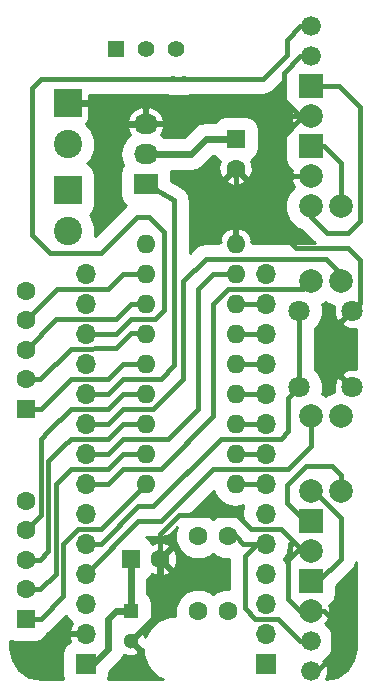
<source format=gbl>
G04 #@! TF.FileFunction,Copper,L2,Bot,Signal*
%FSLAX46Y46*%
G04 Gerber Fmt 4.6, Leading zero omitted, Abs format (unit mm)*
G04 Created by KiCad (PCBNEW 4.0.7) date 09/06/18 07:33:57*
%MOMM*%
%LPD*%
G01*
G04 APERTURE LIST*
%ADD10C,0.100000*%
%ADD11R,1.600000X1.600000*%
%ADD12C,1.600000*%
%ADD13R,1.700000X1.700000*%
%ADD14O,1.700000X1.700000*%
%ADD15R,1.300000X1.300000*%
%ADD16C,1.300000*%
%ADD17C,1.676400*%
%ADD18O,1.600000X1.600000*%
%ADD19R,2.032000X1.727200*%
%ADD20O,2.032000X1.727200*%
%ADD21R,1.397000X1.397000*%
%ADD22C,1.397000*%
%ADD23C,2.400000*%
%ADD24R,2.400000X2.400000*%
%ADD25C,2.000000*%
%ADD26R,2.000000X2.000000*%
%ADD27C,1.998980*%
%ADD28C,1.800000*%
%ADD29R,0.400000X0.600000*%
%ADD30C,0.406400*%
%ADD31C,0.609600*%
%ADD32C,0.254000*%
G04 APERTURE END LIST*
D10*
D11*
X124460000Y-111760000D03*
D12*
X124460000Y-109260000D03*
X124460000Y-106760000D03*
X124460000Y-104260000D03*
X124460000Y-101760000D03*
D11*
X133350000Y-106680000D03*
D12*
X135850000Y-106680000D03*
D13*
X144780000Y-115570000D03*
D14*
X144780000Y-113030000D03*
X144780000Y-110490000D03*
X144780000Y-107950000D03*
X144780000Y-105410000D03*
X144780000Y-102870000D03*
X144780000Y-100330000D03*
X144780000Y-97790000D03*
X144780000Y-95250000D03*
X144780000Y-92710000D03*
X144780000Y-90170000D03*
X144780000Y-87630000D03*
X144780000Y-85090000D03*
X144780000Y-82550000D03*
D15*
X133350000Y-111125000D03*
D16*
X133350000Y-113625000D03*
D17*
X148590000Y-116205000D03*
X148590000Y-113665000D03*
X148590000Y-64135000D03*
X148590000Y-61595000D03*
D18*
X142240000Y-100330000D03*
X142240000Y-97790000D03*
X142240000Y-95250000D03*
X142240000Y-92710000D03*
X142240000Y-90170000D03*
X142240000Y-87630000D03*
X142240000Y-85090000D03*
X142240000Y-82550000D03*
X142240000Y-80010000D03*
X134620000Y-80010000D03*
X134620000Y-82550000D03*
X134620000Y-85090000D03*
X134620000Y-87630000D03*
X134620000Y-90170000D03*
X134620000Y-92710000D03*
X134620000Y-95250000D03*
X134620000Y-97790000D03*
X134620000Y-100330000D03*
D11*
X124460000Y-93980000D03*
D12*
X124460000Y-91480000D03*
X124460000Y-88980000D03*
X124460000Y-86480000D03*
X124460000Y-83980000D03*
X142240000Y-73620000D03*
D11*
X142240000Y-71120000D03*
D19*
X134620000Y-74930000D03*
D20*
X134620000Y-72390000D03*
X134620000Y-69850000D03*
D21*
X132080000Y-63500000D03*
D22*
X134620000Y-63500000D03*
X137160000Y-63500000D03*
D23*
X128016000Y-71572000D03*
D24*
X128016000Y-68072000D03*
D23*
X128016000Y-78938000D03*
D24*
X128016000Y-75438000D03*
D25*
X148590000Y-111125000D03*
D26*
X148590000Y-108585000D03*
D25*
X148590000Y-74295000D03*
D26*
X148590000Y-71755000D03*
D25*
X148590000Y-106045000D03*
D26*
X148590000Y-103505000D03*
D25*
X148590000Y-69215000D03*
D26*
X148590000Y-66675000D03*
D27*
X148590000Y-94615000D03*
X148590000Y-100965000D03*
X151130000Y-83185000D03*
X151130000Y-76835000D03*
X151130000Y-94615000D03*
X151130000Y-100965000D03*
X148590000Y-83185000D03*
X148590000Y-76835000D03*
D12*
X141605000Y-111125000D03*
X141605000Y-104775000D03*
X139065000Y-111125000D03*
X139065000Y-104775000D03*
D28*
X147610000Y-85650000D03*
X152110000Y-85650000D03*
X147610000Y-92150000D03*
X152110000Y-92150000D03*
D13*
X129540000Y-115570000D03*
D14*
X129540000Y-113030000D03*
X129540000Y-110490000D03*
X129540000Y-107950000D03*
X129540000Y-105410000D03*
X129540000Y-102870000D03*
X129540000Y-100330000D03*
X129540000Y-97790000D03*
X129540000Y-95250000D03*
X129540000Y-92710000D03*
X129540000Y-90170000D03*
X129540000Y-87630000D03*
X129540000Y-85090000D03*
X129540000Y-82550000D03*
D29*
X137864000Y-66040000D03*
X136964000Y-66040000D03*
D30*
X148590000Y-106045000D02*
X147955000Y-106045000D01*
X147955000Y-106045000D02*
X146050000Y-104140000D01*
X135850000Y-104561000D02*
X135850000Y-106680000D01*
X137414000Y-102997000D02*
X135850000Y-104561000D01*
X142367000Y-102997000D02*
X137414000Y-102997000D01*
X143510000Y-104140000D02*
X142367000Y-102997000D01*
X146050000Y-104140000D02*
X143510000Y-104140000D01*
X148590000Y-116205000D02*
X149098000Y-116205000D01*
X149098000Y-116205000D02*
X150495000Y-114808000D01*
X150495000Y-114808000D02*
X150495000Y-111887000D01*
X150495000Y-111887000D02*
X149733000Y-111125000D01*
X149733000Y-111125000D02*
X148590000Y-111125000D01*
X148590000Y-69215000D02*
X147701000Y-69215000D01*
X147701000Y-69215000D02*
X146304000Y-67818000D01*
X147701000Y-64135000D02*
X148590000Y-64135000D01*
X146304000Y-65532000D02*
X147701000Y-64135000D01*
X146304000Y-67818000D02*
X146304000Y-65532000D01*
X147066000Y-74295000D02*
X145923000Y-75438000D01*
X152781000Y-84979000D02*
X152110000Y-85650000D01*
X152781000Y-81407000D02*
X152781000Y-84979000D01*
X151765000Y-80391000D02*
X152781000Y-81407000D01*
X147320000Y-80391000D02*
X151765000Y-80391000D01*
X145923000Y-78994000D02*
X147320000Y-80391000D01*
X145923000Y-75438000D02*
X145923000Y-78994000D01*
X148590000Y-69215000D02*
X147955000Y-69215000D01*
X147955000Y-69215000D02*
X145796000Y-71374000D01*
X147066000Y-74295000D02*
X148590000Y-74295000D01*
X145796000Y-73025000D02*
X147066000Y-74295000D01*
X145796000Y-71374000D02*
X145796000Y-73025000D01*
X143383000Y-68707000D02*
X144018000Y-68707000D01*
X144018000Y-68707000D02*
X144526000Y-69215000D01*
X144526000Y-69215000D02*
X148590000Y-69215000D01*
X138303000Y-68707000D02*
X143383000Y-68707000D01*
X137160000Y-69850000D02*
X138303000Y-68707000D01*
X134620000Y-69850000D02*
X137160000Y-69850000D01*
X148590000Y-111125000D02*
X147701000Y-111125000D01*
X147701000Y-111125000D02*
X146685000Y-110109000D01*
X147447000Y-106045000D02*
X148590000Y-106045000D01*
X146685000Y-106807000D02*
X147447000Y-106045000D01*
X146685000Y-110109000D02*
X146685000Y-106807000D01*
D31*
X133350000Y-113625000D02*
X133390000Y-113625000D01*
X133390000Y-113625000D02*
X135850000Y-111165000D01*
X135850000Y-111165000D02*
X135850000Y-106680000D01*
X134620000Y-69850000D02*
X132715000Y-69850000D01*
X132715000Y-69850000D02*
X130937000Y-68072000D01*
X130937000Y-68072000D02*
X128016000Y-68072000D01*
D30*
X142240000Y-80010000D02*
X142240000Y-73620000D01*
X140335000Y-89535000D02*
X140335000Y-85090000D01*
X131445000Y-100330000D02*
X132715000Y-99060000D01*
X132715000Y-99060000D02*
X135890000Y-99060000D01*
X135890000Y-99060000D02*
X140335000Y-94615000D01*
X140335000Y-94615000D02*
X140335000Y-90170000D01*
X140335000Y-90170000D02*
X140335000Y-89535000D01*
X129540000Y-100330000D02*
X131445000Y-100330000D01*
X141605000Y-83820000D02*
X147955000Y-83820000D01*
X140335000Y-85090000D02*
X141605000Y-83820000D01*
X147955000Y-83820000D02*
X148590000Y-83185000D01*
X148590000Y-82550000D02*
X148590000Y-83185000D01*
X147610000Y-92150000D02*
X147610000Y-85650000D01*
X129540000Y-105410000D02*
X130810000Y-105410000D01*
X146685000Y-93075000D02*
X147610000Y-92150000D01*
X146685000Y-95885000D02*
X146685000Y-93075000D01*
X146050000Y-96520000D02*
X146685000Y-95885000D01*
X140970000Y-96520000D02*
X146050000Y-96520000D01*
X135255000Y-102235000D02*
X140970000Y-96520000D01*
X133985000Y-102235000D02*
X135255000Y-102235000D01*
X130810000Y-105410000D02*
X133985000Y-102235000D01*
X137160000Y-102235000D02*
X135890000Y-103505000D01*
X137160000Y-102235000D02*
X140335000Y-99060000D01*
X140335000Y-99060000D02*
X146685000Y-99060000D01*
X146685000Y-99060000D02*
X148590000Y-97155000D01*
X148590000Y-94615000D02*
X148590000Y-97155000D01*
X133985000Y-103505000D02*
X129540000Y-107950000D01*
X135890000Y-103505000D02*
X133985000Y-103505000D01*
X127000000Y-104140000D02*
X127000000Y-107950000D01*
X134620000Y-97790000D02*
X132715000Y-97790000D01*
X127000000Y-102870000D02*
X127000000Y-104140000D01*
X127000000Y-100330000D02*
X127000000Y-102870000D01*
X128270000Y-99060000D02*
X127000000Y-100330000D01*
X131445000Y-99060000D02*
X128270000Y-99060000D01*
X132715000Y-97790000D02*
X131445000Y-99060000D01*
X125690000Y-109260000D02*
X124460000Y-109260000D01*
X127000000Y-107950000D02*
X125690000Y-109260000D01*
X130810000Y-104140000D02*
X128905000Y-104140000D01*
X132080000Y-102870000D02*
X130810000Y-104140000D01*
X134620000Y-100330000D02*
X132080000Y-102870000D01*
X125730000Y-111760000D02*
X124460000Y-111760000D01*
X127635000Y-109855000D02*
X125730000Y-111760000D01*
X127635000Y-105410000D02*
X127635000Y-109855000D01*
X128270000Y-104775000D02*
X127635000Y-105410000D01*
X128905000Y-104140000D02*
X128270000Y-104775000D01*
X124460000Y-91480000D02*
X125690000Y-91480000D01*
X133413500Y-87566500D02*
X134620000Y-87630000D01*
X132143500Y-88836500D02*
X133413500Y-87566500D01*
X128270000Y-88900000D02*
X132143500Y-88836500D01*
X125690000Y-91480000D02*
X128270000Y-88900000D01*
X124500000Y-91440000D02*
X124460000Y-91480000D01*
X124500000Y-91440000D02*
X124460000Y-91480000D01*
X134620000Y-90170000D02*
X132715000Y-90170000D01*
X125730000Y-93980000D02*
X124460000Y-93980000D01*
X128270000Y-91440000D02*
X125730000Y-93980000D01*
X131445000Y-91440000D02*
X128270000Y-91440000D01*
X132715000Y-90170000D02*
X131445000Y-91440000D01*
X126365000Y-103505000D02*
X126365000Y-106045000D01*
X126365000Y-102235000D02*
X126365000Y-103505000D01*
X125650000Y-106760000D02*
X124460000Y-106760000D01*
X126365000Y-106045000D02*
X125650000Y-106760000D01*
X124460000Y-106680000D02*
X124460000Y-106720000D01*
X124460000Y-106680000D02*
X124460000Y-106720000D01*
X127635000Y-97155000D02*
X126365000Y-98425000D01*
X132715000Y-95250000D02*
X131445000Y-96520000D01*
X131445000Y-96520000D02*
X128270000Y-96520000D01*
X128270000Y-96520000D02*
X127635000Y-97155000D01*
X134620000Y-95250000D02*
X132715000Y-95250000D01*
X126365000Y-98425000D02*
X126365000Y-102235000D01*
X126365000Y-102235000D02*
X126365000Y-102315000D01*
X125730000Y-100965000D02*
X125730000Y-102990000D01*
X125730000Y-96520000D02*
X125730000Y-99695000D01*
X125730000Y-99695000D02*
X125730000Y-100965000D01*
X134620000Y-92710000D02*
X132715000Y-92710000D01*
X128270000Y-93980000D02*
X126365000Y-95885000D01*
X131445000Y-93980000D02*
X128270000Y-93980000D01*
X132715000Y-92710000D02*
X131445000Y-93980000D01*
X126365000Y-95885000D02*
X125730000Y-96520000D01*
X125730000Y-102990000D02*
X124460000Y-104260000D01*
X124460000Y-104140000D02*
X124460000Y-104220000D01*
X134620000Y-85090000D02*
X133350000Y-85090000D01*
X127080000Y-86360000D02*
X124460000Y-88980000D01*
X132080000Y-86360000D02*
X127080000Y-86360000D01*
X133350000Y-85090000D02*
X132080000Y-86360000D01*
X134620000Y-82550000D02*
X132715000Y-82550000D01*
X127120000Y-83820000D02*
X124460000Y-86480000D01*
X131445000Y-83820000D02*
X127120000Y-83820000D01*
X132715000Y-82550000D02*
X131445000Y-83820000D01*
X142240000Y-95250000D02*
X144780000Y-95250000D01*
X142240000Y-92710000D02*
X144780000Y-92710000D01*
X144780000Y-105410000D02*
X144018000Y-105410000D01*
X144018000Y-105410000D02*
X143002000Y-106426000D01*
X147701000Y-113665000D02*
X148590000Y-113665000D01*
X145796000Y-111760000D02*
X147701000Y-113665000D01*
X143891000Y-111760000D02*
X145796000Y-111760000D01*
X143002000Y-110871000D02*
X143891000Y-111760000D01*
X143002000Y-106426000D02*
X143002000Y-110871000D01*
X141605000Y-104775000D02*
X142240000Y-104775000D01*
X142240000Y-104775000D02*
X142875000Y-105410000D01*
X142875000Y-105410000D02*
X144780000Y-105410000D01*
X133350000Y-86360000D02*
X132080000Y-87630000D01*
X125730000Y-66040000D02*
X124968000Y-66802000D01*
X124968000Y-66802000D02*
X124968000Y-79248000D01*
X124968000Y-79248000D02*
X126492000Y-80772000D01*
X126492000Y-80772000D02*
X130810000Y-80772000D01*
X130810000Y-80772000D02*
X133858000Y-77724000D01*
X133858000Y-77724000D02*
X134874000Y-77724000D01*
X134874000Y-77724000D02*
X136144000Y-78994000D01*
X136144000Y-78994000D02*
X136144000Y-85598000D01*
X136144000Y-85598000D02*
X135382000Y-86360000D01*
X135382000Y-86360000D02*
X133350000Y-86360000D01*
X136964000Y-66040000D02*
X125730000Y-66040000D01*
X132080000Y-87630000D02*
X129540000Y-87630000D01*
X137864000Y-66040000D02*
X136964000Y-66040000D01*
X148590000Y-61595000D02*
X147701000Y-61595000D01*
X144526000Y-66040000D02*
X137864000Y-66040000D01*
X146558000Y-64008000D02*
X144526000Y-66040000D01*
X146558000Y-62738000D02*
X146558000Y-64008000D01*
X147701000Y-61595000D02*
X146558000Y-62738000D01*
X129540000Y-92710000D02*
X131445000Y-92710000D01*
X137033000Y-76327000D02*
X134620000Y-74930000D01*
X137033000Y-90297000D02*
X137033000Y-76327000D01*
X135890000Y-91440000D02*
X137033000Y-90297000D01*
X132715000Y-91440000D02*
X135890000Y-91440000D01*
X131445000Y-92710000D02*
X132715000Y-91440000D01*
X129540000Y-92710000D02*
X129540000Y-92075000D01*
X148590000Y-108585000D02*
X149225000Y-108585000D01*
X149225000Y-108585000D02*
X151130000Y-106680000D01*
X151130000Y-106680000D02*
X151130000Y-103251000D01*
X151130000Y-103251000D02*
X148844000Y-100965000D01*
X148844000Y-100965000D02*
X148590000Y-100965000D01*
X151130000Y-76835000D02*
X151130000Y-73152000D01*
X149733000Y-71755000D02*
X148590000Y-71755000D01*
X151130000Y-73152000D02*
X149733000Y-71755000D01*
X148590000Y-103505000D02*
X148082000Y-103505000D01*
X148082000Y-103505000D02*
X146558000Y-101981000D01*
X146558000Y-101981000D02*
X146558000Y-100457000D01*
X146558000Y-100457000D02*
X148209000Y-98806000D01*
X148209000Y-98806000D02*
X150368000Y-98806000D01*
X150368000Y-98806000D02*
X151130000Y-99568000D01*
X151130000Y-99568000D02*
X151130000Y-100965000D01*
X148590000Y-76835000D02*
X148590000Y-77724000D01*
X148590000Y-77724000D02*
X149987000Y-79121000D01*
X149987000Y-79121000D02*
X151765000Y-79121000D01*
X151765000Y-79121000D02*
X152781000Y-78105000D01*
X152781000Y-78105000D02*
X152781000Y-68453000D01*
X152781000Y-68453000D02*
X151003000Y-66675000D01*
X151003000Y-66675000D02*
X148590000Y-66675000D01*
X129540000Y-97790000D02*
X131445000Y-97790000D01*
X140335000Y-82550000D02*
X142240000Y-82550000D01*
X139065000Y-83820000D02*
X140335000Y-82550000D01*
X139065000Y-93980000D02*
X139065000Y-83820000D01*
X136525000Y-96520000D02*
X139065000Y-93980000D01*
X132715000Y-96520000D02*
X136525000Y-96520000D01*
X131445000Y-97790000D02*
X132715000Y-96520000D01*
X142240000Y-100330000D02*
X144780000Y-100330000D01*
X142240000Y-97790000D02*
X144780000Y-97790000D01*
D31*
X133350000Y-111125000D02*
X133350000Y-106680000D01*
X129540000Y-115570000D02*
X130175000Y-115570000D01*
X130175000Y-115570000D02*
X131445000Y-114300000D01*
X132080000Y-111125000D02*
X133350000Y-111125000D01*
X131445000Y-111760000D02*
X132080000Y-111125000D01*
X131445000Y-114300000D02*
X131445000Y-111760000D01*
X142240000Y-71120000D02*
X139700000Y-71120000D01*
X138430000Y-72390000D02*
X134620000Y-72390000D01*
X139700000Y-71120000D02*
X138430000Y-72390000D01*
D30*
X142240000Y-90170000D02*
X144780000Y-90170000D01*
X142240000Y-87630000D02*
X144780000Y-87630000D01*
X142240000Y-85090000D02*
X144780000Y-85090000D01*
X139700000Y-81280000D02*
X149860000Y-81280000D01*
X129540000Y-95250000D02*
X131445000Y-95250000D01*
X137795000Y-83185000D02*
X139700000Y-81280000D01*
X137795000Y-91440000D02*
X137795000Y-83185000D01*
X135255000Y-93980000D02*
X137795000Y-91440000D01*
X132715000Y-93980000D02*
X135255000Y-93980000D01*
X131445000Y-95250000D02*
X132715000Y-93980000D01*
X149860000Y-81280000D02*
X151130000Y-82550000D01*
X151130000Y-82550000D02*
X151130000Y-83185000D01*
D32*
G36*
X133543748Y-113610858D02*
X133529605Y-113625000D01*
X134249016Y-114344410D01*
X134407994Y-114306022D01*
X134407523Y-114845005D01*
X134825607Y-115856846D01*
X135599082Y-116631672D01*
X136139325Y-116856000D01*
X131450787Y-116856000D01*
X131539079Y-116420000D01*
X131539079Y-116230791D01*
X132457435Y-115312436D01*
X132767811Y-114847927D01*
X132779892Y-114787190D01*
X133169078Y-114922622D01*
X133679428Y-114893083D01*
X134013729Y-114754611D01*
X134069410Y-114524016D01*
X133350000Y-113804605D01*
X133335858Y-113818748D01*
X133156253Y-113639143D01*
X133170395Y-113625000D01*
X133156253Y-113610858D01*
X133335858Y-113431252D01*
X133350000Y-113445395D01*
X133364142Y-113431252D01*
X133543748Y-113610858D01*
X133543748Y-113610858D01*
G37*
X133543748Y-113610858D02*
X133529605Y-113625000D01*
X134249016Y-114344410D01*
X134407994Y-114306022D01*
X134407523Y-114845005D01*
X134825607Y-115856846D01*
X135599082Y-116631672D01*
X136139325Y-116856000D01*
X131450787Y-116856000D01*
X131539079Y-116420000D01*
X131539079Y-116230791D01*
X132457435Y-115312436D01*
X132767811Y-114847927D01*
X132779892Y-114787190D01*
X133169078Y-114922622D01*
X133679428Y-114893083D01*
X134013729Y-114754611D01*
X134069410Y-114524016D01*
X133350000Y-113804605D01*
X133335858Y-113818748D01*
X133156253Y-113639143D01*
X133170395Y-113625000D01*
X133156253Y-113610858D01*
X133335858Y-113431252D01*
X133350000Y-113445395D01*
X133364142Y-113431252D01*
X133543748Y-113610858D01*
G36*
X128103318Y-111887950D02*
X128418373Y-112098463D01*
X128268355Y-112263076D01*
X128098524Y-112673110D01*
X128219845Y-112903000D01*
X129413000Y-112903000D01*
X129413000Y-112883000D01*
X129667000Y-112883000D01*
X129667000Y-112903000D01*
X129687000Y-112903000D01*
X129687000Y-113157000D01*
X129667000Y-113157000D01*
X129667000Y-113177000D01*
X129413000Y-113177000D01*
X129413000Y-113157000D01*
X128219845Y-113157000D01*
X128098524Y-113386890D01*
X128220988Y-113682562D01*
X127888781Y-113896331D01*
X127631452Y-114272944D01*
X127540921Y-114720000D01*
X127540921Y-116420000D01*
X127619506Y-116837641D01*
X127631320Y-116856000D01*
X125853509Y-116856000D01*
X124761262Y-116638739D01*
X123940007Y-116089993D01*
X123391262Y-115268738D01*
X123174000Y-114176491D01*
X123174000Y-113591939D01*
X123212944Y-113618548D01*
X123660000Y-113709079D01*
X125260000Y-113709079D01*
X125677641Y-113630494D01*
X126061219Y-113383669D01*
X126318548Y-113007056D01*
X126335230Y-112924676D01*
X126670593Y-112700593D01*
X127854948Y-111516238D01*
X128103318Y-111887950D01*
X128103318Y-111887950D01*
G37*
X128103318Y-111887950D02*
X128418373Y-112098463D01*
X128268355Y-112263076D01*
X128098524Y-112673110D01*
X128219845Y-112903000D01*
X129413000Y-112903000D01*
X129413000Y-112883000D01*
X129667000Y-112883000D01*
X129667000Y-112903000D01*
X129687000Y-112903000D01*
X129687000Y-113157000D01*
X129667000Y-113157000D01*
X129667000Y-113177000D01*
X129413000Y-113177000D01*
X129413000Y-113157000D01*
X128219845Y-113157000D01*
X128098524Y-113386890D01*
X128220988Y-113682562D01*
X127888781Y-113896331D01*
X127631452Y-114272944D01*
X127540921Y-114720000D01*
X127540921Y-116420000D01*
X127619506Y-116837641D01*
X127631320Y-116856000D01*
X125853509Y-116856000D01*
X124761262Y-116638739D01*
X123940007Y-116089993D01*
X123391262Y-115268738D01*
X123174000Y-114176491D01*
X123174000Y-113591939D01*
X123212944Y-113618548D01*
X123660000Y-113709079D01*
X125260000Y-113709079D01*
X125677641Y-113630494D01*
X126061219Y-113383669D01*
X126318548Y-113007056D01*
X126335230Y-112924676D01*
X126670593Y-112700593D01*
X127854948Y-111516238D01*
X128103318Y-111887950D01*
G36*
X152416000Y-114176491D02*
X152198739Y-115268738D01*
X151649993Y-116089993D01*
X150828738Y-116638738D01*
X149935419Y-116816431D01*
X150074977Y-116430903D01*
X150048389Y-115845431D01*
X149875490Y-115428017D01*
X149645091Y-115355395D01*
X149701742Y-115331987D01*
X150255044Y-114779650D01*
X150554859Y-114057617D01*
X150555541Y-113275812D01*
X150256987Y-112553258D01*
X149786297Y-112081746D01*
X150009387Y-111999264D01*
X150235908Y-111389539D01*
X150211856Y-110739540D01*
X150141393Y-110569427D01*
X150391219Y-110408669D01*
X150648548Y-110032056D01*
X150739079Y-109585000D01*
X150739079Y-108952107D01*
X152070594Y-107620593D01*
X152327230Y-107236510D01*
X152358945Y-107189046D01*
X152416000Y-106902210D01*
X152416000Y-114176491D01*
X152416000Y-114176491D01*
G37*
X152416000Y-114176491D02*
X152198739Y-115268738D01*
X151649993Y-116089993D01*
X150828738Y-116638738D01*
X149935419Y-116816431D01*
X150074977Y-116430903D01*
X150048389Y-115845431D01*
X149875490Y-115428017D01*
X149645091Y-115355395D01*
X149701742Y-115331987D01*
X150255044Y-114779650D01*
X150554859Y-114057617D01*
X150555541Y-113275812D01*
X150256987Y-112553258D01*
X149786297Y-112081746D01*
X150009387Y-111999264D01*
X150235908Y-111389539D01*
X150211856Y-110739540D01*
X150141393Y-110569427D01*
X150391219Y-110408669D01*
X150648548Y-110032056D01*
X150739079Y-109585000D01*
X150739079Y-108952107D01*
X152070594Y-107620593D01*
X152327230Y-107236510D01*
X152358945Y-107189046D01*
X152416000Y-106902210D01*
X152416000Y-114176491D01*
G36*
X148783748Y-116190858D02*
X148769605Y-116205000D01*
X148783748Y-116219143D01*
X148604143Y-116398748D01*
X148590000Y-116384605D01*
X148575858Y-116398748D01*
X148396253Y-116219143D01*
X148410395Y-116205000D01*
X148396253Y-116190858D01*
X148575858Y-116011253D01*
X148590000Y-116025395D01*
X148604143Y-116011253D01*
X148783748Y-116190858D01*
X148783748Y-116190858D01*
G37*
X148783748Y-116190858D02*
X148769605Y-116205000D01*
X148783748Y-116219143D01*
X148604143Y-116398748D01*
X148590000Y-116384605D01*
X148575858Y-116398748D01*
X148396253Y-116219143D01*
X148410395Y-116205000D01*
X148396253Y-116190858D01*
X148575858Y-116011253D01*
X148590000Y-116025395D01*
X148604143Y-116011253D01*
X148783748Y-116190858D01*
G36*
X137138335Y-104390014D02*
X137137666Y-105156622D01*
X137430416Y-105865132D01*
X137972017Y-106407678D01*
X138680014Y-106701665D01*
X139446622Y-106702334D01*
X140155132Y-106409584D01*
X140334839Y-106230190D01*
X140512017Y-106407678D01*
X141220014Y-106701665D01*
X141671800Y-106702059D01*
X141671800Y-109198057D01*
X141223378Y-109197666D01*
X140514868Y-109490416D01*
X140335161Y-109669810D01*
X140157983Y-109492322D01*
X139449986Y-109198335D01*
X138683378Y-109197666D01*
X137974868Y-109490416D01*
X137432322Y-110032017D01*
X137138335Y-110740014D01*
X137137666Y-111506622D01*
X137154761Y-111547994D01*
X136614995Y-111547523D01*
X135603154Y-111965607D01*
X134828328Y-112739082D01*
X134607681Y-113270460D01*
X134479611Y-112961271D01*
X134249018Y-112905590D01*
X134283960Y-112870648D01*
X134417641Y-112845494D01*
X134801219Y-112598669D01*
X135058548Y-112222056D01*
X135149079Y-111775000D01*
X135149079Y-110475000D01*
X135070494Y-110057359D01*
X134823669Y-109673781D01*
X134781800Y-109645173D01*
X134781800Y-108412687D01*
X134951219Y-108303669D01*
X135182621Y-107965001D01*
X135633223Y-108126965D01*
X136203454Y-108099778D01*
X136604005Y-107933864D01*
X136678139Y-107687745D01*
X135850000Y-106859605D01*
X135835858Y-106873748D01*
X135656253Y-106694143D01*
X135670395Y-106680000D01*
X136029605Y-106680000D01*
X136857745Y-107508139D01*
X137103864Y-107434005D01*
X137296965Y-106896777D01*
X137269778Y-106326546D01*
X137103864Y-105925995D01*
X136857745Y-105851861D01*
X136029605Y-106680000D01*
X135670395Y-106680000D01*
X135656253Y-106665858D01*
X135835858Y-106486252D01*
X135850000Y-106500395D01*
X136678139Y-105672255D01*
X136604005Y-105426136D01*
X136066777Y-105233035D01*
X135496546Y-105260222D01*
X135175890Y-105393042D01*
X134973669Y-105078781D01*
X134617177Y-104835200D01*
X135890000Y-104835200D01*
X136399046Y-104733945D01*
X136830593Y-104445593D01*
X137317395Y-103958792D01*
X137138335Y-104390014D01*
X137138335Y-104390014D01*
G37*
X137138335Y-104390014D02*
X137137666Y-105156622D01*
X137430416Y-105865132D01*
X137972017Y-106407678D01*
X138680014Y-106701665D01*
X139446622Y-106702334D01*
X140155132Y-106409584D01*
X140334839Y-106230190D01*
X140512017Y-106407678D01*
X141220014Y-106701665D01*
X141671800Y-106702059D01*
X141671800Y-109198057D01*
X141223378Y-109197666D01*
X140514868Y-109490416D01*
X140335161Y-109669810D01*
X140157983Y-109492322D01*
X139449986Y-109198335D01*
X138683378Y-109197666D01*
X137974868Y-109490416D01*
X137432322Y-110032017D01*
X137138335Y-110740014D01*
X137137666Y-111506622D01*
X137154761Y-111547994D01*
X136614995Y-111547523D01*
X135603154Y-111965607D01*
X134828328Y-112739082D01*
X134607681Y-113270460D01*
X134479611Y-112961271D01*
X134249018Y-112905590D01*
X134283960Y-112870648D01*
X134417641Y-112845494D01*
X134801219Y-112598669D01*
X135058548Y-112222056D01*
X135149079Y-111775000D01*
X135149079Y-110475000D01*
X135070494Y-110057359D01*
X134823669Y-109673781D01*
X134781800Y-109645173D01*
X134781800Y-108412687D01*
X134951219Y-108303669D01*
X135182621Y-107965001D01*
X135633223Y-108126965D01*
X136203454Y-108099778D01*
X136604005Y-107933864D01*
X136678139Y-107687745D01*
X135850000Y-106859605D01*
X135835858Y-106873748D01*
X135656253Y-106694143D01*
X135670395Y-106680000D01*
X136029605Y-106680000D01*
X136857745Y-107508139D01*
X137103864Y-107434005D01*
X137296965Y-106896777D01*
X137269778Y-106326546D01*
X137103864Y-105925995D01*
X136857745Y-105851861D01*
X136029605Y-106680000D01*
X135670395Y-106680000D01*
X135656253Y-106665858D01*
X135835858Y-106486252D01*
X135850000Y-106500395D01*
X136678139Y-105672255D01*
X136604005Y-105426136D01*
X136066777Y-105233035D01*
X135496546Y-105260222D01*
X135175890Y-105393042D01*
X134973669Y-105078781D01*
X134617177Y-104835200D01*
X135890000Y-104835200D01*
X136399046Y-104733945D01*
X136830593Y-104445593D01*
X137317395Y-103958792D01*
X137138335Y-104390014D01*
G36*
X148783748Y-111110858D02*
X148769605Y-111125000D01*
X148783748Y-111139143D01*
X148604143Y-111318748D01*
X148590000Y-111304605D01*
X148575858Y-111318748D01*
X148396253Y-111139143D01*
X148410395Y-111125000D01*
X148396253Y-111110858D01*
X148575858Y-110931253D01*
X148590000Y-110945395D01*
X148604143Y-110931253D01*
X148783748Y-111110858D01*
X148783748Y-111110858D01*
G37*
X148783748Y-111110858D02*
X148769605Y-111125000D01*
X148783748Y-111139143D01*
X148604143Y-111318748D01*
X148590000Y-111304605D01*
X148575858Y-111318748D01*
X148396253Y-111139143D01*
X148410395Y-111125000D01*
X148396253Y-111110858D01*
X148575858Y-110931253D01*
X148590000Y-110945395D01*
X148604143Y-110931253D01*
X148783748Y-111110858D01*
G36*
X147048621Y-105499100D02*
X146944092Y-105780461D01*
X146968144Y-106430460D01*
X147038607Y-106600573D01*
X146788781Y-106761331D01*
X146570236Y-107081181D01*
X146302176Y-106680000D01*
X146645242Y-106166565D01*
X146795732Y-105410000D01*
X146776466Y-105313144D01*
X147048621Y-105499100D01*
X147048621Y-105499100D01*
G37*
X147048621Y-105499100D02*
X146944092Y-105780461D01*
X146968144Y-106430460D01*
X147038607Y-106600573D01*
X146788781Y-106761331D01*
X146570236Y-107081181D01*
X146302176Y-106680000D01*
X146645242Y-106166565D01*
X146795732Y-105410000D01*
X146776466Y-105313144D01*
X147048621Y-105499100D01*
G36*
X148783748Y-106030858D02*
X148769605Y-106045000D01*
X148783748Y-106059143D01*
X148604143Y-106238748D01*
X148590000Y-106224605D01*
X148575858Y-106238748D01*
X148396253Y-106059143D01*
X148410395Y-106045000D01*
X148396253Y-106030858D01*
X148575858Y-105851253D01*
X148590000Y-105865395D01*
X148604143Y-105851253D01*
X148783748Y-106030858D01*
X148783748Y-106030858D01*
G37*
X148783748Y-106030858D02*
X148769605Y-106045000D01*
X148783748Y-106059143D01*
X148604143Y-106238748D01*
X148590000Y-106224605D01*
X148575858Y-106238748D01*
X148396253Y-106059143D01*
X148410395Y-106045000D01*
X148396253Y-106030858D01*
X148575858Y-105851253D01*
X148590000Y-105865395D01*
X148604143Y-105851253D01*
X148783748Y-106030858D01*
G36*
X140421932Y-101067431D02*
X140839653Y-101692595D01*
X141464817Y-102110316D01*
X142202248Y-102257000D01*
X142277752Y-102257000D01*
X142911267Y-102130986D01*
X142764268Y-102870000D01*
X142848410Y-103293012D01*
X142697983Y-103142322D01*
X141989986Y-102848335D01*
X141223378Y-102847666D01*
X140514868Y-103140416D01*
X140335161Y-103319810D01*
X140157983Y-103142322D01*
X139449986Y-102848335D01*
X138683378Y-102847666D01*
X138249066Y-103027120D01*
X140386564Y-100889622D01*
X140421932Y-101067431D01*
X140421932Y-101067431D01*
G37*
X140421932Y-101067431D02*
X140839653Y-101692595D01*
X141464817Y-102110316D01*
X142202248Y-102257000D01*
X142277752Y-102257000D01*
X142911267Y-102130986D01*
X142764268Y-102870000D01*
X142848410Y-103293012D01*
X142697983Y-103142322D01*
X141989986Y-102848335D01*
X141223378Y-102847666D01*
X140514868Y-103140416D01*
X140335161Y-103319810D01*
X140157983Y-103142322D01*
X139449986Y-102848335D01*
X138683378Y-102847666D01*
X138249066Y-103027120D01*
X140386564Y-100889622D01*
X140421932Y-101067431D01*
G36*
X149923868Y-84986699D02*
X150613413Y-85273024D01*
X150563542Y-85409336D01*
X150589161Y-86019460D01*
X150773357Y-86464148D01*
X151029841Y-86550554D01*
X151930395Y-85650000D01*
X151916253Y-85635858D01*
X152095858Y-85456253D01*
X152110000Y-85470395D01*
X152124143Y-85456253D01*
X152303748Y-85635858D01*
X152289605Y-85650000D01*
X152303748Y-85664143D01*
X152124143Y-85843748D01*
X152110000Y-85829605D01*
X151209446Y-86730159D01*
X151295852Y-86986643D01*
X151869336Y-87196458D01*
X152416000Y-87173504D01*
X152416000Y-90627446D01*
X152350664Y-90603542D01*
X151740540Y-90629161D01*
X151295852Y-90813357D01*
X151209446Y-91069841D01*
X152110000Y-91970395D01*
X152124143Y-91956253D01*
X152303748Y-92135858D01*
X152289605Y-92150000D01*
X152303748Y-92164143D01*
X152124143Y-92343748D01*
X152110000Y-92329605D01*
X152095858Y-92343748D01*
X151916253Y-92164143D01*
X151930395Y-92150000D01*
X151029841Y-91249446D01*
X150773357Y-91335852D01*
X150563542Y-91909336D01*
X150589161Y-92519460D01*
X150595579Y-92534953D01*
X149927014Y-92811199D01*
X149860408Y-92877689D01*
X149796132Y-92813301D01*
X149568606Y-92718824D01*
X149636647Y-92554964D01*
X149637351Y-91748574D01*
X149329409Y-91003297D01*
X148940200Y-90613408D01*
X148940200Y-87186232D01*
X149327405Y-86799702D01*
X149636647Y-86054964D01*
X149637351Y-85248574D01*
X149568364Y-85081613D01*
X149792986Y-84988801D01*
X149859592Y-84922311D01*
X149923868Y-84986699D01*
X149923868Y-84986699D01*
G37*
X149923868Y-84986699D02*
X150613413Y-85273024D01*
X150563542Y-85409336D01*
X150589161Y-86019460D01*
X150773357Y-86464148D01*
X151029841Y-86550554D01*
X151930395Y-85650000D01*
X151916253Y-85635858D01*
X152095858Y-85456253D01*
X152110000Y-85470395D01*
X152124143Y-85456253D01*
X152303748Y-85635858D01*
X152289605Y-85650000D01*
X152303748Y-85664143D01*
X152124143Y-85843748D01*
X152110000Y-85829605D01*
X151209446Y-86730159D01*
X151295852Y-86986643D01*
X151869336Y-87196458D01*
X152416000Y-87173504D01*
X152416000Y-90627446D01*
X152350664Y-90603542D01*
X151740540Y-90629161D01*
X151295852Y-90813357D01*
X151209446Y-91069841D01*
X152110000Y-91970395D01*
X152124143Y-91956253D01*
X152303748Y-92135858D01*
X152289605Y-92150000D01*
X152303748Y-92164143D01*
X152124143Y-92343748D01*
X152110000Y-92329605D01*
X152095858Y-92343748D01*
X151916253Y-92164143D01*
X151930395Y-92150000D01*
X151029841Y-91249446D01*
X150773357Y-91335852D01*
X150563542Y-91909336D01*
X150589161Y-92519460D01*
X150595579Y-92534953D01*
X149927014Y-92811199D01*
X149860408Y-92877689D01*
X149796132Y-92813301D01*
X149568606Y-92718824D01*
X149636647Y-92554964D01*
X149637351Y-91748574D01*
X149329409Y-91003297D01*
X148940200Y-90613408D01*
X148940200Y-87186232D01*
X149327405Y-86799702D01*
X149636647Y-86054964D01*
X149637351Y-85248574D01*
X149568364Y-85081613D01*
X149792986Y-84988801D01*
X149859592Y-84922311D01*
X149923868Y-84986699D01*
G36*
X146440921Y-67675000D02*
X146519506Y-68092641D01*
X146766331Y-68476219D01*
X147048621Y-68669100D01*
X146944092Y-68950461D01*
X146968144Y-69600460D01*
X147038607Y-69770573D01*
X146788781Y-69931331D01*
X146531452Y-70307944D01*
X146440921Y-70755000D01*
X146440921Y-72755000D01*
X146519506Y-73172641D01*
X146766331Y-73556219D01*
X147048621Y-73749100D01*
X146944092Y-74030461D01*
X146968144Y-74680460D01*
X147170613Y-75169264D01*
X147227601Y-75190334D01*
X146788301Y-75628868D01*
X146463880Y-76410159D01*
X146463142Y-77256129D01*
X146786199Y-78037986D01*
X147383868Y-78636699D01*
X147790263Y-78805449D01*
X148934613Y-79949800D01*
X143675000Y-79949800D01*
X143675000Y-79882998D01*
X143509916Y-79882998D01*
X143631904Y-79660961D01*
X143471041Y-79272577D01*
X143095134Y-78857611D01*
X142589041Y-78618086D01*
X142367000Y-78739371D01*
X142367000Y-79883000D01*
X142387000Y-79883000D01*
X142387000Y-79949800D01*
X142093000Y-79949800D01*
X142093000Y-79883000D01*
X142113000Y-79883000D01*
X142113000Y-78739371D01*
X141890959Y-78618086D01*
X141384866Y-78857611D01*
X141008959Y-79272577D01*
X140848096Y-79660961D01*
X140970084Y-79882998D01*
X140805000Y-79882998D01*
X140805000Y-79949800D01*
X139700000Y-79949800D01*
X139190954Y-80051055D01*
X139062329Y-80137000D01*
X138759407Y-80339406D01*
X138363200Y-80735613D01*
X138363200Y-76327000D01*
X138329407Y-76157111D01*
X138318285Y-75984257D01*
X138279220Y-75904800D01*
X138261945Y-75817954D01*
X138165713Y-75673933D01*
X138089288Y-75518489D01*
X138022784Y-75460025D01*
X137973593Y-75386407D01*
X137829572Y-75290175D01*
X137699478Y-75175810D01*
X136785079Y-74646421D01*
X136785079Y-74627745D01*
X141411861Y-74627745D01*
X141485995Y-74873864D01*
X142023223Y-75066965D01*
X142593454Y-75039778D01*
X142994005Y-74873864D01*
X143068139Y-74627745D01*
X142240000Y-73799605D01*
X141411861Y-74627745D01*
X136785079Y-74627745D01*
X136785079Y-74066400D01*
X136739054Y-73821800D01*
X138430000Y-73821800D01*
X138977926Y-73712811D01*
X139442435Y-73402435D01*
X140293071Y-72551800D01*
X140507313Y-72551800D01*
X140616331Y-72721219D01*
X140954999Y-72952621D01*
X140793035Y-73403223D01*
X140820222Y-73973454D01*
X140986136Y-74374005D01*
X141232255Y-74448139D01*
X142060395Y-73620000D01*
X142046252Y-73605858D01*
X142225858Y-73426253D01*
X142240000Y-73440395D01*
X142254143Y-73426253D01*
X142433748Y-73605858D01*
X142419605Y-73620000D01*
X143247745Y-74448139D01*
X143493864Y-74374005D01*
X143686965Y-73836777D01*
X143659778Y-73266546D01*
X143526958Y-72945890D01*
X143841219Y-72743669D01*
X144098548Y-72367056D01*
X144189079Y-71920000D01*
X144189079Y-70320000D01*
X144110494Y-69902359D01*
X143863669Y-69518781D01*
X143487056Y-69261452D01*
X143040000Y-69170921D01*
X141440000Y-69170921D01*
X141022359Y-69249506D01*
X140638781Y-69496331D01*
X140507682Y-69688200D01*
X139700000Y-69688200D01*
X139242980Y-69779107D01*
X139152073Y-69797189D01*
X138687564Y-70107565D01*
X137836930Y-70958200D01*
X136185684Y-70958200D01*
X135930686Y-70787816D01*
X135970732Y-70752036D01*
X136224709Y-70224791D01*
X136227358Y-70209026D01*
X136106217Y-69977000D01*
X134747000Y-69977000D01*
X134747000Y-69997000D01*
X134493000Y-69997000D01*
X134493000Y-69977000D01*
X133133783Y-69977000D01*
X133012642Y-70209026D01*
X133015291Y-70224791D01*
X133269268Y-70752036D01*
X133309314Y-70787816D01*
X133018049Y-70982433D01*
X132586541Y-71628230D01*
X132435016Y-72390000D01*
X132586541Y-73151770D01*
X132724182Y-73357764D01*
X132545452Y-73619344D01*
X132454921Y-74066400D01*
X132454921Y-75793600D01*
X132533506Y-76211241D01*
X132780331Y-76594819D01*
X132987648Y-76736473D01*
X132917407Y-76783407D01*
X130342635Y-79358179D01*
X130343403Y-78477162D01*
X129989885Y-77621582D01*
X129903378Y-77534924D01*
X130017219Y-77461669D01*
X130274548Y-77085056D01*
X130365079Y-76638000D01*
X130365079Y-74238000D01*
X130286494Y-73820359D01*
X130039669Y-73436781D01*
X129684686Y-73194231D01*
X129987585Y-72891861D01*
X130342596Y-72036900D01*
X130343403Y-71111162D01*
X129989885Y-70255582D01*
X129554268Y-69819204D01*
X129575699Y-69810327D01*
X129754327Y-69631698D01*
X129812616Y-69490974D01*
X133012642Y-69490974D01*
X133133783Y-69723000D01*
X134493000Y-69723000D01*
X134493000Y-68509076D01*
X134747000Y-68509076D01*
X134747000Y-69723000D01*
X136106217Y-69723000D01*
X136227358Y-69490974D01*
X136224709Y-69475209D01*
X135970732Y-68947964D01*
X135534320Y-68558046D01*
X134981913Y-68364816D01*
X134747000Y-68509076D01*
X134493000Y-68509076D01*
X134258087Y-68364816D01*
X133705680Y-68558046D01*
X133269268Y-68947964D01*
X133015291Y-69475209D01*
X133012642Y-69490974D01*
X129812616Y-69490974D01*
X129851000Y-69398309D01*
X129851000Y-68357750D01*
X129692250Y-68199000D01*
X128143000Y-68199000D01*
X128143000Y-68219000D01*
X127889000Y-68219000D01*
X127889000Y-68199000D01*
X127869000Y-68199000D01*
X127869000Y-67945000D01*
X127889000Y-67945000D01*
X127889000Y-67925000D01*
X128143000Y-67925000D01*
X128143000Y-67945000D01*
X129692250Y-67945000D01*
X129851000Y-67786250D01*
X129851000Y-67370200D01*
X136275455Y-67370200D01*
X136316944Y-67398548D01*
X136764000Y-67489079D01*
X137164000Y-67489079D01*
X137423177Y-67440311D01*
X137664000Y-67489079D01*
X138064000Y-67489079D01*
X138481641Y-67410494D01*
X138544260Y-67370200D01*
X144526000Y-67370200D01*
X145035046Y-67268945D01*
X145466593Y-66980593D01*
X146440921Y-66006265D01*
X146440921Y-67675000D01*
X146440921Y-67675000D01*
G37*
X146440921Y-67675000D02*
X146519506Y-68092641D01*
X146766331Y-68476219D01*
X147048621Y-68669100D01*
X146944092Y-68950461D01*
X146968144Y-69600460D01*
X147038607Y-69770573D01*
X146788781Y-69931331D01*
X146531452Y-70307944D01*
X146440921Y-70755000D01*
X146440921Y-72755000D01*
X146519506Y-73172641D01*
X146766331Y-73556219D01*
X147048621Y-73749100D01*
X146944092Y-74030461D01*
X146968144Y-74680460D01*
X147170613Y-75169264D01*
X147227601Y-75190334D01*
X146788301Y-75628868D01*
X146463880Y-76410159D01*
X146463142Y-77256129D01*
X146786199Y-78037986D01*
X147383868Y-78636699D01*
X147790263Y-78805449D01*
X148934613Y-79949800D01*
X143675000Y-79949800D01*
X143675000Y-79882998D01*
X143509916Y-79882998D01*
X143631904Y-79660961D01*
X143471041Y-79272577D01*
X143095134Y-78857611D01*
X142589041Y-78618086D01*
X142367000Y-78739371D01*
X142367000Y-79883000D01*
X142387000Y-79883000D01*
X142387000Y-79949800D01*
X142093000Y-79949800D01*
X142093000Y-79883000D01*
X142113000Y-79883000D01*
X142113000Y-78739371D01*
X141890959Y-78618086D01*
X141384866Y-78857611D01*
X141008959Y-79272577D01*
X140848096Y-79660961D01*
X140970084Y-79882998D01*
X140805000Y-79882998D01*
X140805000Y-79949800D01*
X139700000Y-79949800D01*
X139190954Y-80051055D01*
X139062329Y-80137000D01*
X138759407Y-80339406D01*
X138363200Y-80735613D01*
X138363200Y-76327000D01*
X138329407Y-76157111D01*
X138318285Y-75984257D01*
X138279220Y-75904800D01*
X138261945Y-75817954D01*
X138165713Y-75673933D01*
X138089288Y-75518489D01*
X138022784Y-75460025D01*
X137973593Y-75386407D01*
X137829572Y-75290175D01*
X137699478Y-75175810D01*
X136785079Y-74646421D01*
X136785079Y-74627745D01*
X141411861Y-74627745D01*
X141485995Y-74873864D01*
X142023223Y-75066965D01*
X142593454Y-75039778D01*
X142994005Y-74873864D01*
X143068139Y-74627745D01*
X142240000Y-73799605D01*
X141411861Y-74627745D01*
X136785079Y-74627745D01*
X136785079Y-74066400D01*
X136739054Y-73821800D01*
X138430000Y-73821800D01*
X138977926Y-73712811D01*
X139442435Y-73402435D01*
X140293071Y-72551800D01*
X140507313Y-72551800D01*
X140616331Y-72721219D01*
X140954999Y-72952621D01*
X140793035Y-73403223D01*
X140820222Y-73973454D01*
X140986136Y-74374005D01*
X141232255Y-74448139D01*
X142060395Y-73620000D01*
X142046252Y-73605858D01*
X142225858Y-73426253D01*
X142240000Y-73440395D01*
X142254143Y-73426253D01*
X142433748Y-73605858D01*
X142419605Y-73620000D01*
X143247745Y-74448139D01*
X143493864Y-74374005D01*
X143686965Y-73836777D01*
X143659778Y-73266546D01*
X143526958Y-72945890D01*
X143841219Y-72743669D01*
X144098548Y-72367056D01*
X144189079Y-71920000D01*
X144189079Y-70320000D01*
X144110494Y-69902359D01*
X143863669Y-69518781D01*
X143487056Y-69261452D01*
X143040000Y-69170921D01*
X141440000Y-69170921D01*
X141022359Y-69249506D01*
X140638781Y-69496331D01*
X140507682Y-69688200D01*
X139700000Y-69688200D01*
X139242980Y-69779107D01*
X139152073Y-69797189D01*
X138687564Y-70107565D01*
X137836930Y-70958200D01*
X136185684Y-70958200D01*
X135930686Y-70787816D01*
X135970732Y-70752036D01*
X136224709Y-70224791D01*
X136227358Y-70209026D01*
X136106217Y-69977000D01*
X134747000Y-69977000D01*
X134747000Y-69997000D01*
X134493000Y-69997000D01*
X134493000Y-69977000D01*
X133133783Y-69977000D01*
X133012642Y-70209026D01*
X133015291Y-70224791D01*
X133269268Y-70752036D01*
X133309314Y-70787816D01*
X133018049Y-70982433D01*
X132586541Y-71628230D01*
X132435016Y-72390000D01*
X132586541Y-73151770D01*
X132724182Y-73357764D01*
X132545452Y-73619344D01*
X132454921Y-74066400D01*
X132454921Y-75793600D01*
X132533506Y-76211241D01*
X132780331Y-76594819D01*
X132987648Y-76736473D01*
X132917407Y-76783407D01*
X130342635Y-79358179D01*
X130343403Y-78477162D01*
X129989885Y-77621582D01*
X129903378Y-77534924D01*
X130017219Y-77461669D01*
X130274548Y-77085056D01*
X130365079Y-76638000D01*
X130365079Y-74238000D01*
X130286494Y-73820359D01*
X130039669Y-73436781D01*
X129684686Y-73194231D01*
X129987585Y-72891861D01*
X130342596Y-72036900D01*
X130343403Y-71111162D01*
X129989885Y-70255582D01*
X129554268Y-69819204D01*
X129575699Y-69810327D01*
X129754327Y-69631698D01*
X129812616Y-69490974D01*
X133012642Y-69490974D01*
X133133783Y-69723000D01*
X134493000Y-69723000D01*
X134493000Y-68509076D01*
X134747000Y-68509076D01*
X134747000Y-69723000D01*
X136106217Y-69723000D01*
X136227358Y-69490974D01*
X136224709Y-69475209D01*
X135970732Y-68947964D01*
X135534320Y-68558046D01*
X134981913Y-68364816D01*
X134747000Y-68509076D01*
X134493000Y-68509076D01*
X134258087Y-68364816D01*
X133705680Y-68558046D01*
X133269268Y-68947964D01*
X133015291Y-69475209D01*
X133012642Y-69490974D01*
X129812616Y-69490974D01*
X129851000Y-69398309D01*
X129851000Y-68357750D01*
X129692250Y-68199000D01*
X128143000Y-68199000D01*
X128143000Y-68219000D01*
X127889000Y-68219000D01*
X127889000Y-68199000D01*
X127869000Y-68199000D01*
X127869000Y-67945000D01*
X127889000Y-67945000D01*
X127889000Y-67925000D01*
X128143000Y-67925000D01*
X128143000Y-67945000D01*
X129692250Y-67945000D01*
X129851000Y-67786250D01*
X129851000Y-67370200D01*
X136275455Y-67370200D01*
X136316944Y-67398548D01*
X136764000Y-67489079D01*
X137164000Y-67489079D01*
X137423177Y-67440311D01*
X137664000Y-67489079D01*
X138064000Y-67489079D01*
X138481641Y-67410494D01*
X138544260Y-67370200D01*
X144526000Y-67370200D01*
X145035046Y-67268945D01*
X145466593Y-66980593D01*
X146440921Y-66006265D01*
X146440921Y-67675000D01*
G36*
X148783748Y-74280858D02*
X148769605Y-74295000D01*
X148783748Y-74309143D01*
X148604143Y-74488748D01*
X148590000Y-74474605D01*
X148575858Y-74488748D01*
X148396253Y-74309143D01*
X148410395Y-74295000D01*
X148396253Y-74280858D01*
X148575858Y-74101253D01*
X148590000Y-74115395D01*
X148604143Y-74101253D01*
X148783748Y-74280858D01*
X148783748Y-74280858D01*
G37*
X148783748Y-74280858D02*
X148769605Y-74295000D01*
X148783748Y-74309143D01*
X148604143Y-74488748D01*
X148590000Y-74474605D01*
X148575858Y-74488748D01*
X148396253Y-74309143D01*
X148410395Y-74295000D01*
X148396253Y-74280858D01*
X148575858Y-74101253D01*
X148590000Y-74115395D01*
X148604143Y-74101253D01*
X148783748Y-74280858D01*
G36*
X148783748Y-69200858D02*
X148769605Y-69215000D01*
X148783748Y-69229143D01*
X148604143Y-69408748D01*
X148590000Y-69394605D01*
X148575858Y-69408748D01*
X148396253Y-69229143D01*
X148410395Y-69215000D01*
X148396253Y-69200858D01*
X148575858Y-69021253D01*
X148590000Y-69035395D01*
X148604143Y-69021253D01*
X148783748Y-69200858D01*
X148783748Y-69200858D01*
G37*
X148783748Y-69200858D02*
X148769605Y-69215000D01*
X148783748Y-69229143D01*
X148604143Y-69408748D01*
X148590000Y-69394605D01*
X148575858Y-69408748D01*
X148396253Y-69229143D01*
X148410395Y-69215000D01*
X148396253Y-69200858D01*
X148575858Y-69021253D01*
X148590000Y-69035395D01*
X148604143Y-69021253D01*
X148783748Y-69200858D01*
G36*
X148783748Y-64120858D02*
X148769605Y-64135000D01*
X148783748Y-64149143D01*
X148604143Y-64328748D01*
X148590000Y-64314605D01*
X148575858Y-64328748D01*
X148396253Y-64149143D01*
X148410395Y-64135000D01*
X148396253Y-64120858D01*
X148575858Y-63941253D01*
X148590000Y-63955395D01*
X148604143Y-63941253D01*
X148783748Y-64120858D01*
X148783748Y-64120858D01*
G37*
X148783748Y-64120858D02*
X148769605Y-64135000D01*
X148783748Y-64149143D01*
X148604143Y-64328748D01*
X148590000Y-64314605D01*
X148575858Y-64328748D01*
X148396253Y-64149143D01*
X148410395Y-64135000D01*
X148396253Y-64120858D01*
X148575858Y-63941253D01*
X148590000Y-63955395D01*
X148604143Y-63941253D01*
X148783748Y-64120858D01*
M02*

</source>
